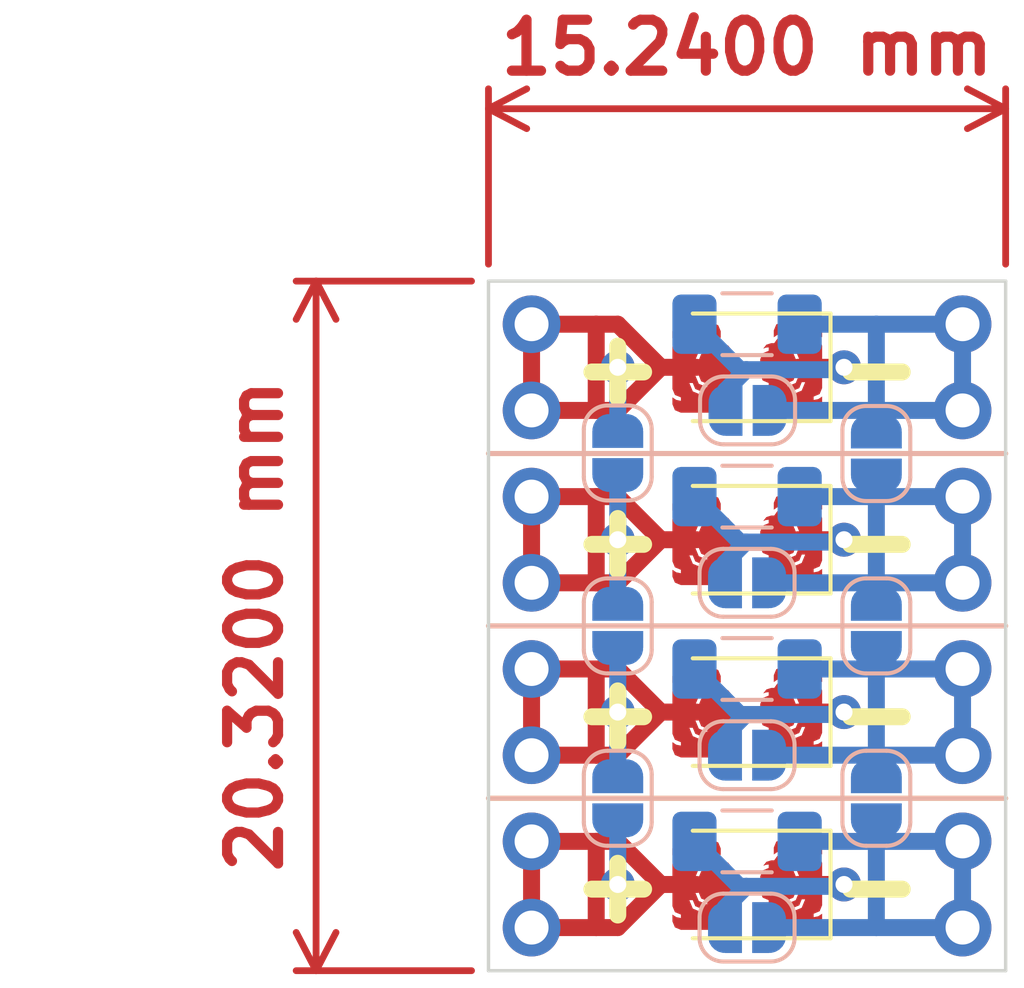
<source format=kicad_pcb>
(kicad_pcb (version 20211014) (generator pcbnew)
  (layers (0 "F.Cu" signal) (31 "B.Cu" signal) (34 "B.Paste" user) (35 "F.Paste" user) (36 "B.SilkS" user "B.Silkscreen") (37 "F.SilkS" user "F.Silkscreen") (38 "B.Mask" user) (39 "F.Mask" user) (44 "Edge.Cuts" user))
  (net 0 "")
  (net 1 "Net-(D1-Pad1)")
  (net 2 "/VCC0")
  (net 3 "Net-(D2-Pad1)")
  (net 4 "/VCC1")
  (net 5 "Net-(D3-Pad1)")
  (net 6 "Net-(D4-Pad1)")
  (net 7 "/VCC2")
  (net 8 "/VCC3")
  (net 9 "/GND3")
  (net 10 "/GND2")
  (net 11 "/GND1")
  (net 12 "/GND0")
  (footprint "Custom:1210_to_0603_combo_HandSolder" (layer "F.Cu") (at 170.18 81.28 180)
    (fp_text reference "D2" hide)
    (fp_text value "LED" hide)
    (pad "1" smd custom (at -1.5 0 180) (size 0.01 0.01) (layers "F.Cu" "F.Paste" "F.Mask") (net 3 "Net-(D2-Pad1)") (options (clearance outline) (anchor circle)) (primitives (gr_poly (pts (xy 0.1375 0.81252) (xy -0.109981 0.710001) (xy -0.2125 0.46252) (xy -0.112501 0.462519) (xy -0.037499 0.237521) (xy -0.0375 0.01252) (xy -0.7125 0.01252) (xy -0.7125 0.637519) (xy -0.639276 0.814296) (xy -0.462499 0.88752) (xy 0.1375 0.88752)) (width 0) (fill yes)) (gr_poly (pts (xy 1.039276 -0.389257) (xy 1.1125 -0.21248) (xy 1.1125 0.01252) (xy -0.0375 0.01252) (xy -0.037499 -0.212481) (xy 0.0625 -0.21248) (xy 0.135724 -0.389257) (xy 0.312501 -0.462481) (xy 0.862499 -0.462481)) (width 0) (fill yes)) (gr_poly (pts (xy 1.039276 0.414297) (xy 1.1125 0.23752) (xy 1.1125 0.01252) (xy -0.0375 0.01252) (xy -0.037499 0.237521) (xy 0.0625 0.23752) (xy 0.135724 0.414297) (xy 0.312501 0.487521) (xy 0.862499 0.487521)) (width 0) (fill yes)) (gr_poly (pts (xy 0.312501 0.587521) (xy 0.06502 0.485002) (xy -0.037499 0.237521) (xy -0.112501 0.462519) (xy -0.039277 0.639296) (xy 0.137499 0.71252)) (width 0) (fill yes)) (gr_poly (pts (xy 0.610005 0.839045) (xy 0.7 0.71252) (xy 0.787499 0.71252) (xy 0.931385 0.668008) (xy 1.025 0.55002) (xy 0.945885 0.578024) (xy 0.862499 0.587521) (xy 0.862499 0.487521) (xy 0.312501 0.487521) (xy 0.312501 0.587521) (xy 0.1375 0.71252) (xy 0.1375 0.88752) (xy 0.462519 0.88754)) (width 0) (fill yes)) (gr_poly (pts (xy 0.639277 1.264297) (xy 0.712501 1.08752) (xy 0.7125 0.885021) (xy 0.597609 0.960905) (xy 0.46252 0.98754) (xy 0.462499 0.88752) (xy -0.462499 0.88752) (xy -0.46252 0.98754) (xy -0.597609 0.960905) (xy -0.7125 0.885021) (xy -0.7125 1.087519) (xy -0.639276 1.264296) (xy -0.462499 1.33752) (xy 0.4625 1.337521)) (width 0) (fill yes)) (gr_poly (pts (xy 0.312501 -0.562481) (xy 0.06502 -0.459962) (xy -0.037499 -0.212481) (xy -0.112501 -0.437479) (xy -0.039277 -0.614256) (xy 0.137499 -0.68748)) (width 0) (fill yes)) (gr_poly (pts (xy 0.1375 -0.78748) (xy -0.109981 -0.684961) (xy -0.2125 -0.43748) (xy -0.112501 -0.437479) (xy -0.037499 -0.212481) (xy -0.0375 0.01252) (xy -0.7125 0.01252) (xy -0.7125 -0.612479) (xy -0.639276 -0.789256) (xy -0.462499 -0.86248) (xy 0.1375 -0.86248)) (width 0) (fill yes)) (gr_poly (pts (xy 0.610005 -0.814005) (xy 0.7 -0.68748) (xy 0.787499 -0.68748) (xy 0.931385 -0.642968) (xy 1.025 -0.52498) (xy 0.945885 -0.552984) (xy 0.862499 -0.562481) (xy 0.862499 -0.462481) (xy 0.312501 -0.462481) (xy 0.312501 -0.562481) (xy 0.1375 -0.68748) (xy 0.1375 -0.86248) (xy 0.462519 -0.8625)) (width 0) (fill yes)) (gr_poly (pts (xy 0.639277 -1.239257) (xy 0.712501 -1.06248) (xy 0.7125 -0.859981) (xy 0.597609 -0.935865) (xy 0.46252 -0.9625) (xy 0.462499 -0.86248) (xy -0.462499 -0.86248) (xy -0.46252 -0.9625) (xy -0.597609 -0.935865) (xy -0.7125 -0.859981) (xy -0.7125 -1.062479) (xy -0.639276 -1.239256) (xy -0.462499 -1.31248) (xy 0.4625 -1.312481)) (width 0) (fill yes))))
    (pad "2" smd custom (at 1.4875 0) (size 0.01 0.01) (layers "F.Cu" "F.Paste" "F.Mask") (net 4 "/VCC1") (options (clearance outline) (anchor circle)) (primitives (gr_poly (pts (xy 0.1375 0.81252) (xy -0.109981 0.710001) (xy -0.2125 0.46252) (xy -0.112501 0.462519) (xy -0.037499 0.237521) (xy -0.0375 0.01252) (xy -0.7125 0.01252) (xy -0.7125 0.637519) (xy -0.639276 0.814296) (xy -0.462499 0.88752) (xy 0.1375 0.88752)) (width 0) (fill yes)) (gr_poly (pts (xy 1.039276 -0.389257) (xy 1.1125 -0.21248) (xy 1.1125 0.01252) (xy -0.0375 0.01252) (xy -0.037499 -0.212481) (xy 0.0625 -0.21248) (xy 0.135724 -0.389257) (xy 0.312501 -0.462481) (xy 0.862499 -0.462481)) (width 0) (fill yes)) (gr_poly (pts (xy 1.039276 0.414297) (xy 1.1125 0.23752) (xy 1.1125 0.01252) (xy -0.0375 0.01252) (xy -0.037499 0.237521) (xy 0.0625 0.23752) (xy 0.135724 0.414297) (xy 0.312501 0.487521) (xy 0.862499 0.487521)) (width 0) (fill yes)) (gr_poly (pts (xy 0.312501 0.587521) (xy 0.06502 0.485002) (xy -0.037499 0.237521) (xy -0.112501 0.462519) (xy -0.039277 0.639296) (xy 0.137499 0.71252)) (width 0) (fill yes)) (gr_poly (pts (xy 0.610005 0.839045) (xy 0.7 0.71252) (xy 0.787499 0.71252) (xy 0.931385 0.668008) (xy 1.025 0.55002) (xy 0.945885 0.578024) (xy 0.862499 0.587521) (xy 0.862499 0.487521) (xy 0.312501 0.487521) (xy 0.312501 0.587521) (xy 0.1375 0.71252) (xy 0.1375 0.88752) (xy 0.462519 0.88754)) (width 0) (fill yes)) (gr_poly (pts (xy 0.639277 1.264297) (xy 0.712501 1.08752) (xy 0.7125 0.885021) (xy 0.597609 0.960905) (xy 0.46252 0.98754) (xy 0.462499 0.88752) (xy -0.462499 0.88752) (xy -0.46252 0.98754) (xy -0.597609 0.960905) (xy -0.7125 0.885021) (xy -0.7125 1.087519) (xy -0.639276 1.264296) (xy -0.462499 1.33752) (xy 0.4625 1.337521)) (width 0) (fill yes)) (gr_poly (pts (xy 0.312501 -0.562481) (xy 0.06502 -0.459962) (xy -0.037499 -0.212481) (xy -0.112501 -0.437479) (xy -0.039277 -0.614256) (xy 0.137499 -0.68748)) (width 0) (fill yes)) (gr_poly (pts (xy 0.1375 -0.78748) (xy -0.109981 -0.684961) (xy -0.2125 -0.43748) (xy -0.112501 -0.437479) (xy -0.037499 -0.212481) (xy -0.0375 0.01252) (xy -0.7125 0.01252) (xy -0.7125 -0.612479) (xy -0.639276 -0.789256) (xy -0.462499 -0.86248) (xy 0.1375 -0.86248)) (width 0) (fill yes)) (gr_poly (pts (xy 0.610005 -0.814005) (xy 0.7 -0.68748) (xy 0.787499 -0.68748) (xy 0.931385 -0.642968) (xy 1.025 -0.52498) (xy 0.945885 -0.552984) (xy 0.862499 -0.562481) (xy 0.862499 -0.462481) (xy 0.312501 -0.462481) (xy 0.312501 -0.562481) (xy 0.1375 -0.68748) (xy 0.1375 -0.86248) (xy 0.462519 -0.8625)) (width 0) (fill yes)) (gr_poly (pts (xy 0.639277 -1.239257) (xy 0.712501 -1.06248) (xy 0.7125 -0.859981) (xy 0.597609 -0.935865) (xy 0.46252 -0.9625) (xy 0.462499 -0.86248) (xy -0.462499 -0.86248) (xy -0.46252 -0.9625) (xy -0.597609 -0.935865) (xy -0.7125 -0.859981) (xy -0.7125 -1.062479) (xy -0.639276 -1.239256) (xy -0.462499 -1.31248) (xy 0.4625 -1.312481)) (width 0) (fill yes))))
  )
  (footprint "Custom:1210_to_0603_combo_HandSolder" (layer "F.Cu") (at 170.18 76.2 180)
    (fp_text reference "D1" hide)
    (fp_text value "LED" hide)
    (pad "1" smd custom (at -1.5 0 180) (size 0.01 0.01) (layers "F.Cu" "F.Paste" "F.Mask") (net 1 "Net-(D1-Pad1)") (options (clearance outline) (anchor circle)) (primitives (gr_poly (pts (xy 0.1375 0.81252) (xy -0.109981 0.710001) (xy -0.2125 0.46252) (xy -0.112501 0.462519) (xy -0.037499 0.237521) (xy -0.0375 0.01252) (xy -0.7125 0.01252) (xy -0.7125 0.637519) (xy -0.639276 0.814296) (xy -0.462499 0.88752) (xy 0.1375 0.88752)) (width 0) (fill yes)) (gr_poly (pts (xy 1.039276 -0.389257) (xy 1.1125 -0.21248) (xy 1.1125 0.01252) (xy -0.0375 0.01252) (xy -0.037499 -0.212481) (xy 0.0625 -0.21248) (xy 0.135724 -0.389257) (xy 0.312501 -0.462481) (xy 0.862499 -0.462481)) (width 0) (fill yes)) (gr_poly (pts (xy 1.039276 0.414297) (xy 1.1125 0.23752) (xy 1.1125 0.01252) (xy -0.0375 0.01252) (xy -0.037499 0.237521) (xy 0.0625 0.23752) (xy 0.135724 0.414297) (xy 0.312501 0.487521) (xy 0.862499 0.487521)) (width 0) (fill yes)) (gr_poly (pts (xy 0.312501 0.587521) (xy 0.06502 0.485002) (xy -0.037499 0.237521) (xy -0.112501 0.462519) (xy -0.039277 0.639296) (xy 0.137499 0.71252)) (width 0) (fill yes)) (gr_poly (pts (xy 0.610005 0.839045) (xy 0.7 0.71252) (xy 0.787499 0.71252) (xy 0.931385 0.668008) (xy 1.025 0.55002) (xy 0.945885 0.578024) (xy 0.862499 0.587521) (xy 0.862499 0.487521) (xy 0.312501 0.487521) (xy 0.312501 0.587521) (xy 0.1375 0.71252) (xy 0.1375 0.88752) (xy 0.462519 0.88754)) (width 0) (fill yes)) (gr_poly (pts (xy 0.639277 1.264297) (xy 0.712501 1.08752) (xy 0.7125 0.885021) (xy 0.597609 0.960905) (xy 0.46252 0.98754) (xy 0.462499 0.88752) (xy -0.462499 0.88752) (xy -0.46252 0.98754) (xy -0.597609 0.960905) (xy -0.7125 0.885021) (xy -0.7125 1.087519) (xy -0.639276 1.264296) (xy -0.462499 1.33752) (xy 0.4625 1.337521)) (width 0) (fill yes)) (gr_poly (pts (xy 0.312501 -0.562481) (xy 0.06502 -0.459962) (xy -0.037499 -0.212481) (xy -0.112501 -0.437479) (xy -0.039277 -0.614256) (xy 0.137499 -0.68748)) (width 0) (fill yes)) (gr_poly (pts (xy 0.1375 -0.78748) (xy -0.109981 -0.684961) (xy -0.2125 -0.43748) (xy -0.112501 -0.437479) (xy -0.037499 -0.212481) (xy -0.0375 0.01252) (xy -0.7125 0.01252) (xy -0.7125 -0.612479) (xy -0.639276 -0.789256) (xy -0.462499 -0.86248) (xy 0.1375 -0.86248)) (width 0) (fill yes)) (gr_poly (pts (xy 0.610005 -0.814005) (xy 0.7 -0.68748) (xy 0.787499 -0.68748) (xy 0.931385 -0.642968) (xy 1.025 -0.52498) (xy 0.945885 -0.552984) (xy 0.862499 -0.562481) (xy 0.862499 -0.462481) (xy 0.312501 -0.462481) (xy 0.312501 -0.562481) (xy 0.1375 -0.68748) (xy 0.1375 -0.86248) (xy 0.462519 -0.8625)) (width 0) (fill yes)) (gr_poly (pts (xy 0.639277 -1.239257) (xy 0.712501 -1.06248) (xy 0.7125 -0.859981) (xy 0.597609 -0.935865) (xy 0.46252 -0.9625) (xy 0.462499 -0.86248) (xy -0.462499 -0.86248) (xy -0.46252 -0.9625) (xy -0.597609 -0.935865) (xy -0.7125 -0.859981) (xy -0.7125 -1.062479) (xy -0.639276 -1.239256) (xy -0.462499 -1.31248) (xy 0.4625 -1.312481)) (width 0) (fill yes))))
    (pad "2" smd custom (at 1.4875 0) (size 0.01 0.01) (layers "F.Cu" "F.Paste" "F.Mask") (net 2 "/VCC0") (options (clearance outline) (anchor circle)) (primitives (gr_poly (pts (xy 0.1375 0.81252) (xy -0.109981 0.710001) (xy -0.2125 0.46252) (xy -0.112501 0.462519) (xy -0.037499 0.237521) (xy -0.0375 0.01252) (xy -0.7125 0.01252) (xy -0.7125 0.637519) (xy -0.639276 0.814296) (xy -0.462499 0.88752) (xy 0.1375 0.88752)) (width 0) (fill yes)) (gr_poly (pts (xy 1.039276 -0.389257) (xy 1.1125 -0.21248) (xy 1.1125 0.01252) (xy -0.0375 0.01252) (xy -0.037499 -0.212481) (xy 0.0625 -0.21248) (xy 0.135724 -0.389257) (xy 0.312501 -0.462481) (xy 0.862499 -0.462481)) (width 0) (fill yes)) (gr_poly (pts (xy 1.039276 0.414297) (xy 1.1125 0.23752) (xy 1.1125 0.01252) (xy -0.0375 0.01252) (xy -0.037499 0.237521) (xy 0.0625 0.23752) (xy 0.135724 0.414297) (xy 0.312501 0.487521) (xy 0.862499 0.487521)) (width 0) (fill yes)) (gr_poly (pts (xy 0.312501 0.587521) (xy 0.06502 0.485002) (xy -0.037499 0.237521) (xy -0.112501 0.462519) (xy -0.039277 0.639296) (xy 0.137499 0.71252)) (width 0) (fill yes)) (gr_poly (pts (xy 0.610005 0.839045) (xy 0.7 0.71252) (xy 0.787499 0.71252) (xy 0.931385 0.668008) (xy 1.025 0.55002) (xy 0.945885 0.578024) (xy 0.862499 0.587521) (xy 0.862499 0.487521) (xy 0.312501 0.487521) (xy 0.312501 0.587521) (xy 0.1375 0.71252) (xy 0.1375 0.88752) (xy 0.462519 0.88754)) (width 0) (fill yes)) (gr_poly (pts (xy 0.639277 1.264297) (xy 0.712501 1.08752) (xy 0.7125 0.885021) (xy 0.597609 0.960905) (xy 0.46252 0.98754) (xy 0.462499 0.88752) (xy -0.462499 0.88752) (xy -0.46252 0.98754) (xy -0.597609 0.960905) (xy -0.7125 0.885021) (xy -0.7125 1.087519) (xy -0.639276 1.264296) (xy -0.462499 1.33752) (xy 0.4625 1.337521)) (width 0) (fill yes)) (gr_poly (pts (xy 0.312501 -0.562481) (xy 0.06502 -0.459962) (xy -0.037499 -0.212481) (xy -0.112501 -0.437479) (xy -0.039277 -0.614256) (xy 0.137499 -0.68748)) (width 0) (fill yes)) (gr_poly (pts (xy 0.1375 -0.78748) (xy -0.109981 -0.684961) (xy -0.2125 -0.43748) (xy -0.112501 -0.437479) (xy -0.037499 -0.212481) (xy -0.0375 0.01252) (xy -0.7125 0.01252) (xy -0.7125 -0.612479) (xy -0.639276 -0.789256) (xy -0.462499 -0.86248) (xy 0.1375 -0.86248)) (width 0) (fill yes)) (gr_poly (pts (xy 0.610005 -0.814005) (xy 0.7 -0.68748) (xy 0.787499 -0.68748) (xy 0.931385 -0.642968) (xy 1.025 -0.52498) (xy 0.945885 -0.552984) (xy 0.862499 -0.562481) (xy 0.862499 -0.462481) (xy 0.312501 -0.462481) (xy 0.312501 -0.562481) (xy 0.1375 -0.68748) (xy 0.1375 -0.86248) (xy 0.462519 -0.8625)) (width 0) (fill yes)) (gr_poly (pts (xy 0.639277 -1.239257) (xy 0.712501 -1.06248) (xy 0.7125 -0.859981) (xy 0.597609 -0.935865) (xy 0.46252 -0.9625) (xy 0.462499 -0.86248) (xy -0.462499 -0.86248) (xy -0.46252 -0.9625) (xy -0.597609 -0.935865) (xy -0.7125 -0.859981) (xy -0.7125 -1.062479) (xy -0.639276 -1.239256) (xy -0.462499 -1.31248) (xy 0.4625 -1.312481)) (width 0) (fill yes))))
  )
  (footprint "Custom:1210_to_0603_combo_HandSolder" (layer "F.Cu") (at 170.18 91.44 180)
    (fp_text reference "D4" hide)
    (fp_text value "LED" hide)
    (pad "1" smd custom (at -1.5 0 180) (size 0.01 0.01) (layers "F.Cu" "F.Paste" "F.Mask") (net 6 "Net-(D4-Pad1)") (options (clearance outline) (anchor circle)) (primitives (gr_poly (pts (xy 0.1375 0.81252) (xy -0.109981 0.710001) (xy -0.2125 0.46252) (xy -0.112501 0.462519) (xy -0.037499 0.237521) (xy -0.0375 0.01252) (xy -0.7125 0.01252) (xy -0.7125 0.637519) (xy -0.639276 0.814296) (xy -0.462499 0.88752) (xy 0.1375 0.88752)) (width 0) (fill yes)) (gr_poly (pts (xy 1.039276 -0.389257) (xy 1.1125 -0.21248) (xy 1.1125 0.01252) (xy -0.0375 0.01252) (xy -0.037499 -0.212481) (xy 0.0625 -0.21248) (xy 0.135724 -0.389257) (xy 0.312501 -0.462481) (xy 0.862499 -0.462481)) (width 0) (fill yes)) (gr_poly (pts (xy 1.039276 0.414297) (xy 1.1125 0.23752) (xy 1.1125 0.01252) (xy -0.0375 0.01252) (xy -0.037499 0.237521) (xy 0.0625 0.23752) (xy 0.135724 0.414297) (xy 0.312501 0.487521) (xy 0.862499 0.487521)) (width 0) (fill yes)) (gr_poly (pts (xy 0.312501 0.587521) (xy 0.06502 0.485002) (xy -0.037499 0.237521) (xy -0.112501 0.462519) (xy -0.039277 0.639296) (xy 0.137499 0.71252)) (width 0) (fill yes)) (gr_poly (pts (xy 0.610005 0.839045) (xy 0.7 0.71252) (xy 0.787499 0.71252) (xy 0.931385 0.668008) (xy 1.025 0.55002) (xy 0.945885 0.578024) (xy 0.862499 0.587521) (xy 0.862499 0.487521) (xy 0.312501 0.487521) (xy 0.312501 0.587521) (xy 0.1375 0.71252) (xy 0.1375 0.88752) (xy 0.462519 0.88754)) (width 0) (fill yes)) (gr_poly (pts (xy 0.639277 1.264297) (xy 0.712501 1.08752) (xy 0.7125 0.885021) (xy 0.597609 0.960905) (xy 0.46252 0.98754) (xy 0.462499 0.88752) (xy -0.462499 0.88752) (xy -0.46252 0.98754) (xy -0.597609 0.960905) (xy -0.7125 0.885021) (xy -0.7125 1.087519) (xy -0.639276 1.264296) (xy -0.462499 1.33752) (xy 0.4625 1.337521)) (width 0) (fill yes)) (gr_poly (pts (xy 0.312501 -0.562481) (xy 0.06502 -0.459962) (xy -0.037499 -0.212481) (xy -0.112501 -0.437479) (xy -0.039277 -0.614256) (xy 0.137499 -0.68748)) (width 0) (fill yes)) (gr_poly (pts (xy 0.1375 -0.78748) (xy -0.109981 -0.684961) (xy -0.2125 -0.43748) (xy -0.112501 -0.437479) (xy -0.037499 -0.212481) (xy -0.0375 0.01252) (xy -0.7125 0.01252) (xy -0.7125 -0.612479) (xy -0.639276 -0.789256) (xy -0.462499 -0.86248) (xy 0.1375 -0.86248)) (width 0) (fill yes)) (gr_poly (pts (xy 0.610005 -0.814005) (xy 0.7 -0.68748) (xy 0.787499 -0.68748) (xy 0.931385 -0.642968) (xy 1.025 -0.52498) (xy 0.945885 -0.552984) (xy 0.862499 -0.562481) (xy 0.862499 -0.462481) (xy 0.312501 -0.462481) (xy 0.312501 -0.562481) (xy 0.1375 -0.68748) (xy 0.1375 -0.86248) (xy 0.462519 -0.8625)) (width 0) (fill yes)) (gr_poly (pts (xy 0.639277 -1.239257) (xy 0.712501 -1.06248) (xy 0.7125 -0.859981) (xy 0.597609 -0.935865) (xy 0.46252 -0.9625) (xy 0.462499 -0.86248) (xy -0.462499 -0.86248) (xy -0.46252 -0.9625) (xy -0.597609 -0.935865) (xy -0.7125 -0.859981) (xy -0.7125 -1.062479) (xy -0.639276 -1.239256) (xy -0.462499 -1.31248) (xy 0.4625 -1.312481)) (width 0) (fill yes))))
    (pad "2" smd custom (at 1.4875 0) (size 0.01 0.01) (layers "F.Cu" "F.Paste" "F.Mask") (net 8 "/VCC3") (options (clearance outline) (anchor circle)) (primitives (gr_poly (pts (xy 0.1375 0.81252) (xy -0.109981 0.710001) (xy -0.2125 0.46252) (xy -0.112501 0.462519) (xy -0.037499 0.237521) (xy -0.0375 0.01252) (xy -0.7125 0.01252) (xy -0.7125 0.637519) (xy -0.639276 0.814296) (xy -0.462499 0.88752) (xy 0.1375 0.88752)) (width 0) (fill yes)) (gr_poly (pts (xy 1.039276 -0.389257) (xy 1.1125 -0.21248) (xy 1.1125 0.01252) (xy -0.0375 0.01252) (xy -0.037499 -0.212481) (xy 0.0625 -0.21248) (xy 0.135724 -0.389257) (xy 0.312501 -0.462481) (xy 0.862499 -0.462481)) (width 0) (fill yes)) (gr_poly (pts (xy 1.039276 0.414297) (xy 1.1125 0.23752) (xy 1.1125 0.01252) (xy -0.0375 0.01252) (xy -0.037499 0.237521) (xy 0.0625 0.23752) (xy 0.135724 0.414297) (xy 0.312501 0.487521) (xy 0.862499 0.487521)) (width 0) (fill yes)) (gr_poly (pts (xy 0.312501 0.587521) (xy 0.06502 0.485002) (xy -0.037499 0.237521) (xy -0.112501 0.462519) (xy -0.039277 0.639296) (xy 0.137499 0.71252)) (width 0) (fill yes)) (gr_poly (pts (xy 0.610005 0.839045) (xy 0.7 0.71252) (xy 0.787499 0.71252) (xy 0.931385 0.668008) (xy 1.025 0.55002) (xy 0.945885 0.578024) (xy 0.862499 0.587521) (xy 0.862499 0.487521) (xy 0.312501 0.487521) (xy 0.312501 0.587521) (xy 0.1375 0.71252) (xy 0.1375 0.88752) (xy 0.462519 0.88754)) (width 0) (fill yes)) (gr_poly (pts (xy 0.639277 1.264297) (xy 0.712501 1.08752) (xy 0.7125 0.885021) (xy 0.597609 0.960905) (xy 0.46252 0.98754) (xy 0.462499 0.88752) (xy -0.462499 0.88752) (xy -0.46252 0.98754) (xy -0.597609 0.960905) (xy -0.7125 0.885021) (xy -0.7125 1.087519) (xy -0.639276 1.264296) (xy -0.462499 1.33752) (xy 0.4625 1.337521)) (width 0) (fill yes)) (gr_poly (pts (xy 0.312501 -0.562481) (xy 0.06502 -0.459962) (xy -0.037499 -0.212481) (xy -0.112501 -0.437479) (xy -0.039277 -0.614256) (xy 0.137499 -0.68748)) (width 0) (fill yes)) (gr_poly (pts (xy 0.1375 -0.78748) (xy -0.109981 -0.684961) (xy -0.2125 -0.43748) (xy -0.112501 -0.437479) (xy -0.037499 -0.212481) (xy -0.0375 0.01252) (xy -0.7125 0.01252) (xy -0.7125 -0.612479) (xy -0.639276 -0.789256) (xy -0.462499 -0.86248) (xy 0.1375 -0.86248)) (width 0) (fill yes)) (gr_poly (pts (xy 0.610005 -0.814005) (xy 0.7 -0.68748) (xy 0.787499 -0.68748) (xy 0.931385 -0.642968) (xy 1.025 -0.52498) (xy 0.945885 -0.552984) (xy 0.862499 -0.562481) (xy 0.862499 -0.462481) (xy 0.312501 -0.462481) (xy 0.312501 -0.562481) (xy 0.1375 -0.68748) (xy 0.1375 -0.86248) (xy 0.462519 -0.8625)) (width 0) (fill yes)) (gr_poly (pts (xy 0.639277 -1.239257) (xy 0.712501 -1.06248) (xy 0.7125 -0.859981) (xy 0.597609 -0.935865) (xy 0.46252 -0.9625) (xy 0.462499 -0.86248) (xy -0.462499 -0.86248) (xy -0.46252 -0.9625) (xy -0.597609 -0.935865) (xy -0.7125 -0.859981) (xy -0.7125 -1.062479) (xy -0.639276 -1.239256) (xy -0.462499 -1.31248) (xy 0.4625 -1.312481)) (width 0) (fill yes))))
  )
  (footprint "Custom:1210_to_0603_combo_HandSolder" (layer "F.Cu") (at 170.18 86.36 180)
    (fp_text reference "D3" hide)
    (fp_text value "LED" hide)
    (pad "1" smd custom (at -1.5 0 180) (size 0.01 0.01) (layers "F.Cu" "F.Paste" "F.Mask") (net 5 "Net-(D3-Pad1)") (options (clearance outline) (anchor circle)) (primitives (gr_poly (pts (xy 0.1375 0.81252) (xy -0.109981 0.710001) (xy -0.2125 0.46252) (xy -0.112501 0.462519) (xy -0.037499 0.237521) (xy -0.0375 0.01252) (xy -0.7125 0.01252) (xy -0.7125 0.637519) (xy -0.639276 0.814296) (xy -0.462499 0.88752) (xy 0.1375 0.88752)) (width 0) (fill yes)) (gr_poly (pts (xy 1.039276 -0.389257) (xy 1.1125 -0.21248) (xy 1.1125 0.01252) (xy -0.0375 0.01252) (xy -0.037499 -0.212481) (xy 0.0625 -0.21248) (xy 0.135724 -0.389257) (xy 0.312501 -0.462481) (xy 0.862499 -0.462481)) (width 0) (fill yes)) (gr_poly (pts (xy 1.039276 0.414297) (xy 1.1125 0.23752) (xy 1.1125 0.01252) (xy -0.0375 0.01252) (xy -0.037499 0.237521) (xy 0.0625 0.23752) (xy 0.135724 0.414297) (xy 0.312501 0.487521) (xy 0.862499 0.487521)) (width 0) (fill yes)) (gr_poly (pts (xy 0.312501 0.587521) (xy 0.06502 0.485002) (xy -0.037499 0.237521) (xy -0.112501 0.462519) (xy -0.039277 0.639296) (xy 0.137499 0.71252)) (width 0) (fill yes)) (gr_poly (pts (xy 0.610005 0.839045) (xy 0.7 0.71252) (xy 0.787499 0.71252) (xy 0.931385 0.668008) (xy 1.025 0.55002) (xy 0.945885 0.578024) (xy 0.862499 0.587521) (xy 0.862499 0.487521) (xy 0.312501 0.487521) (xy 0.312501 0.587521) (xy 0.1375 0.71252) (xy 0.1375 0.88752) (xy 0.462519 0.88754)) (width 0) (fill yes)) (gr_poly (pts (xy 0.639277 1.264297) (xy 0.712501 1.08752) (xy 0.7125 0.885021) (xy 0.597609 0.960905) (xy 0.46252 0.98754) (xy 0.462499 0.88752) (xy -0.462499 0.88752) (xy -0.46252 0.98754) (xy -0.597609 0.960905) (xy -0.7125 0.885021) (xy -0.7125 1.087519) (xy -0.639276 1.264296) (xy -0.462499 1.33752) (xy 0.4625 1.337521)) (width 0) (fill yes)) (gr_poly (pts (xy 0.312501 -0.562481) (xy 0.06502 -0.459962) (xy -0.037499 -0.212481) (xy -0.112501 -0.437479) (xy -0.039277 -0.614256) (xy 0.137499 -0.68748)) (width 0) (fill yes)) (gr_poly (pts (xy 0.1375 -0.78748) (xy -0.109981 -0.684961) (xy -0.2125 -0.43748) (xy -0.112501 -0.437479) (xy -0.037499 -0.212481) (xy -0.0375 0.01252) (xy -0.7125 0.01252) (xy -0.7125 -0.612479) (xy -0.639276 -0.789256) (xy -0.462499 -0.86248) (xy 0.1375 -0.86248)) (width 0) (fill yes)) (gr_poly (pts (xy 0.610005 -0.814005) (xy 0.7 -0.68748) (xy 0.787499 -0.68748) (xy 0.931385 -0.642968) (xy 1.025 -0.52498) (xy 0.945885 -0.552984) (xy 0.862499 -0.562481) (xy 0.862499 -0.462481) (xy 0.312501 -0.462481) (xy 0.312501 -0.562481) (xy 0.1375 -0.68748) (xy 0.1375 -0.86248) (xy 0.462519 -0.8625)) (width 0) (fill yes)) (gr_poly (pts (xy 0.639277 -1.239257) (xy 0.712501 -1.06248) (xy 0.7125 -0.859981) (xy 0.597609 -0.935865) (xy 0.46252 -0.9625) (xy 0.462499 -0.86248) (xy -0.462499 -0.86248) (xy -0.46252 -0.9625) (xy -0.597609 -0.935865) (xy -0.7125 -0.859981) (xy -0.7125 -1.062479) (xy -0.639276 -1.239256) (xy -0.462499 -1.31248) (xy 0.4625 -1.312481)) (width 0) (fill yes))))
    (pad "2" smd custom (at 1.4875 0) (size 0.01 0.01) (layers "F.Cu" "F.Paste" "F.Mask") (net 7 "/VCC2") (options (clearance outline) (anchor circle)) (primitives (gr_poly (pts (xy 0.1375 0.81252) (xy -0.109981 0.710001) (xy -0.2125 0.46252) (xy -0.112501 0.462519) (xy -0.037499 0.237521) (xy -0.0375 0.01252) (xy -0.7125 0.01252) (xy -0.7125 0.637519) (xy -0.639276 0.814296) (xy -0.462499 0.88752) (xy 0.1375 0.88752)) (width 0) (fill yes)) (gr_poly (pts (xy 1.039276 -0.389257) (xy 1.1125 -0.21248) (xy 1.1125 0.01252) (xy -0.0375 0.01252) (xy -0.037499 -0.212481) (xy 0.0625 -0.21248) (xy 0.135724 -0.389257) (xy 0.312501 -0.462481) (xy 0.862499 -0.462481)) (width 0) (fill yes)) (gr_poly (pts (xy 1.039276 0.414297) (xy 1.1125 0.23752) (xy 1.1125 0.01252) (xy -0.0375 0.01252) (xy -0.037499 0.237521) (xy 0.0625 0.23752) (xy 0.135724 0.414297) (xy 0.312501 0.487521) (xy 0.862499 0.487521)) (width 0) (fill yes)) (gr_poly (pts (xy 0.312501 0.587521) (xy 0.06502 0.485002) (xy -0.037499 0.237521) (xy -0.112501 0.462519) (xy -0.039277 0.639296) (xy 0.137499 0.71252)) (width 0) (fill yes)) (gr_poly (pts (xy 0.610005 0.839045) (xy 0.7 0.71252) (xy 0.787499 0.71252) (xy 0.931385 0.668008) (xy 1.025 0.55002) (xy 0.945885 0.578024) (xy 0.862499 0.587521) (xy 0.862499 0.487521) (xy 0.312501 0.487521) (xy 0.312501 0.587521) (xy 0.1375 0.71252) (xy 0.1375 0.88752) (xy 0.462519 0.88754)) (width 0) (fill yes)) (gr_poly (pts (xy 0.639277 1.264297) (xy 0.712501 1.08752) (xy 0.7125 0.885021) (xy 0.597609 0.960905) (xy 0.46252 0.98754) (xy 0.462499 0.88752) (xy -0.462499 0.88752) (xy -0.46252 0.98754) (xy -0.597609 0.960905) (xy -0.7125 0.885021) (xy -0.7125 1.087519) (xy -0.639276 1.264296) (xy -0.462499 1.33752) (xy 0.4625 1.337521)) (width 0) (fill yes)) (gr_poly (pts (xy 0.312501 -0.562481) (xy 0.06502 -0.459962) (xy -0.037499 -0.212481) (xy -0.112501 -0.437479) (xy -0.039277 -0.614256) (xy 0.137499 -0.68748)) (width 0) (fill yes)) (gr_poly (pts (xy 0.1375 -0.78748) (xy -0.109981 -0.684961) (xy -0.2125 -0.43748) (xy -0.112501 -0.437479) (xy -0.037499 -0.212481) (xy -0.0375 0.01252) (xy -0.7125 0.01252) (xy -0.7125 -0.612479) (xy -0.639276 -0.789256) (xy -0.462499 -0.86248) (xy 0.1375 -0.86248)) (width 0) (fill yes)) (gr_poly (pts (xy 0.610005 -0.814005) (xy 0.7 -0.68748) (xy 0.787499 -0.68748) (xy 0.931385 -0.642968) (xy 1.025 -0.52498) (xy 0.945885 -0.552984) (xy 0.862499 -0.562481) (xy 0.862499 -0.462481) (xy 0.312501 -0.462481) (xy 0.312501 -0.562481) (xy 0.1375 -0.68748) (xy 0.1375 -0.86248) (xy 0.462519 -0.8625)) (width 0) (fill yes)) (gr_poly (pts (xy 0.639277 -1.239257) (xy 0.712501 -1.06248) (xy 0.7125 -0.859981) (xy 0.597609 -0.935865) (xy 0.46252 -0.9625) (xy 0.462499 -0.86248) (xy -0.462499 -0.86248) (xy -0.46252 -0.9625) (xy -0.597609 -0.935865) (xy -0.7125 -0.859981) (xy -0.7125 -1.062479) (xy -0.639276 -1.239256) (xy -0.462499 -1.31248) (xy 0.4625 -1.312481)) (width 0) (fill yes))))
  )
  (footprint "Custom:SolderJumper-2_P1.3mm_Open_RoundedPad1.0x1.5mm" (layer "B.Cu") (at 173.99 78.74 -90)
    (fp_text reference "JP8" hide)
    (fp_text value "SolderJumper_2_Open" hide)
    (pad "1" smd custom (at -0.65 0 270) (size 1 0.5) (layers "B.Cu" "B.Mask") (net 12 "/GND0") (options (clearance outline) (anchor rect)) (primitives (gr_circle (center 0 -0.25) (end 0.5 -0.25) (width 0) (fill yes)) (gr_circle (center 0 0.25) (end 0.5 0.25) (width 0) (fill yes)) (gr_poly (pts (xy 0.5 -0.75) (xy 0 -0.75) (xy 0 0.75) (xy 0.5 0.75)) (width 0) (fill yes))))
    (pad "2" smd custom (at 0.65 0 270) (size 1 0.5) (layers "B.Cu" "B.Mask") (net 11 "/GND1") (options (clearance outline) (anchor rect)) (primitives (gr_circle (center 0 -0.25) (end 0.5 -0.25) (width 0) (fill yes)) (gr_circle (center 0 0.25) (end 0.5 0.25) (width 0) (fill yes)) (gr_poly (pts (xy 0 -0.75) (xy -0.5 -0.75) (xy -0.5 0.75) (xy 0 0.75)) (width 0) (fill yes))))
  )
  (footprint "Connector_PinHeader_2.54mm:PinHeader_1x08_P2.54mm_Vertical" (layer "B.Cu") (at 176.53 74.93 180)
    (fp_text reference "J2" hide)
    (fp_text value "Conn_01x08_Male" hide)
    (pad "1" thru_hole circle (at 0 0 180) (size 1.7 1.7) (drill 1) (layers *.Cu *.Mask) (net 12 "/GND0"))
    (pad "2" thru_hole oval (at 0 -2.54 180) (size 1.7 1.7) (drill 1) (layers *.Cu *.Mask) (net 12 "/GND0"))
    (pad "3" thru_hole oval (at 0 -5.08 180) (size 1.7 1.7) (drill 1) (layers *.Cu *.Mask) (net 11 "/GND1"))
    (pad "4" thru_hole oval (at 0 -7.62 180) (size 1.7 1.7) (drill 1) (layers *.Cu *.Mask) (net 11 "/GND1"))
    (pad "5" thru_hole oval (at 0 -10.16 180) (size 1.7 1.7) (drill 1) (layers *.Cu *.Mask) (net 10 "/GND2"))
    (pad "6" thru_hole oval (at 0 -12.7 180) (size 1.7 1.7) (drill 1) (layers *.Cu *.Mask) (net 10 "/GND2"))
    (pad "7" thru_hole oval (at 0 -15.24 180) (size 1.7 1.7) (drill 1) (layers *.Cu *.Mask) (net 9 "/GND3"))
    (pad "8" thru_hole oval (at 0 -17.78 180) (size 1.7 1.7) (drill 1) (layers *.Cu *.Mask) (net 9 "/GND3"))
  )
  (footprint "Custom:SolderJumper-2_P1.3mm_Open_RoundedPad1.0x1.5mm" (layer "B.Cu") (at 170.18 87.63)
    (fp_text reference "JP6" hide)
    (fp_text value "SolderJumper_2_Open" hide)
    (pad "1" smd custom (at -0.65 0) (size 1 0.5) (layers "B.Cu" "B.Mask") (net 5 "Net-(D3-Pad1)") (options (clearance outline) (anchor rect)) (primitives (gr_circle (center 0 -0.25) (end 0.5 -0.25) (width 0) (fill yes)) (gr_circle (center 0 0.25) (end 0.5 0.25) (width 0) (fill yes)) (gr_poly (pts (xy 0.5 -0.75) (xy 0 -0.75) (xy 0 0.75) (xy 0.5 0.75)) (width 0) (fill yes))))
    (pad "2" smd custom (at 0.65 0) (size 1 0.5) (layers "B.Cu" "B.Mask") (net 10 "/GND2") (options (clearance outline) (anchor rect)) (primitives (gr_circle (center 0 -0.25) (end 0.5 -0.25) (width 0) (fill yes)) (gr_circle (center 0 0.25) (end 0.5 0.25) (width 0) (fill yes)) (gr_poly (pts (xy 0 -0.75) (xy -0.5 -0.75) (xy -0.5 0.75) (xy 0 0.75)) (width 0) (fill yes))))
  )
  (footprint "Custom:SolderJumper-2_P1.3mm_Open_RoundedPad1.0x1.5mm" (layer "B.Cu") (at 173.99 83.82 -90)
    (fp_text reference "JP9" hide)
    (fp_text value "SolderJumper_2_Open" hide)
    (pad "1" smd custom (at -0.65 0 270) (size 1 0.5) (layers "B.Cu" "B.Mask") (net 11 "/GND1") (options (clearance outline) (anchor rect)) (primitives (gr_circle (center 0 -0.25) (end 0.5 -0.25) (width 0) (fill yes)) (gr_circle (center 0 0.25) (end 0.5 0.25) (width 0) (fill yes)) (gr_poly (pts (xy 0.5 -0.75) (xy 0 -0.75) (xy 0 0.75) (xy 0.5 0.75)) (width 0) (fill yes))))
    (pad "2" smd custom (at 0.65 0 270) (size 1 0.5) (layers "B.Cu" "B.Mask") (net 10 "/GND2") (options (clearance outline) (anchor rect)) (primitives (gr_circle (center 0 -0.25) (end 0.5 -0.25) (width 0) (fill yes)) (gr_circle (center 0 0.25) (end 0.5 0.25) (width 0) (fill yes)) (gr_poly (pts (xy 0 -0.75) (xy -0.5 -0.75) (xy -0.5 0.75) (xy 0 0.75)) (width 0) (fill yes))))
  )
  (footprint "Resistor_SMD:R_1206_3216Metric_Pad1.30x1.75mm_HandSolder" (layer "B.Cu") (at 170.18 85.09)
    (fp_text reference "R3" hide)
    (fp_text value "R" hide)
    (pad "1" smd roundrect (at -1.55 0) (size 1.3 1.75) (layers "B.Cu" "B.Paste" "B.Mask") (roundrect_rratio 0.1923076923) (net 5 "Net-(D3-Pad1)"))
    (pad "2" smd roundrect (at 1.55 0) (size 1.3 1.75) (layers "B.Cu" "B.Paste" "B.Mask") (roundrect_rratio 0.1923076923) (net 10 "/GND2"))
  )
  (footprint "Connector_PinHeader_2.54mm:PinHeader_1x08_P2.54mm_Vertical" (layer "B.Cu") (at 163.83 74.93 180)
    (fp_text reference "J1" hide)
    (fp_text value "Conn_01x08_Male" hide)
    (pad "1" thru_hole circle (at 0 0 180) (size 1.7 1.7) (drill 1) (layers *.Cu *.Mask) (net 2 "/VCC0"))
    (pad "2" thru_hole oval (at 0 -2.54 180) (size 1.7 1.7) (drill 1) (layers *.Cu *.Mask) (net 2 "/VCC0"))
    (pad "3" thru_hole oval (at 0 -5.08 180) (size 1.7 1.7) (drill 1) (layers *.Cu *.Mask) (net 4 "/VCC1"))
    (pad "4" thru_hole oval (at 0 -7.62 180) (size 1.7 1.7) (drill 1) (layers *.Cu *.Mask) (net 4 "/VCC1"))
    (pad "5" thru_hole oval (at 0 -10.16 180) (size 1.7 1.7) (drill 1) (layers *.Cu *.Mask) (net 7 "/VCC2"))
    (pad "6" thru_hole oval (at 0 -12.7 180) (size 1.7 1.7) (drill 1) (layers *.Cu *.Mask) (net 7 "/VCC2"))
    (pad "7" thru_hole oval (at 0 -15.24 180) (size 1.7 1.7) (drill 1) (layers *.Cu *.Mask) (net 8 "/VCC3"))
    (pad "8" thru_hole oval (at 0 -17.78 180) (size 1.7 1.7) (drill 1) (layers *.Cu *.Mask) (net 8 "/VCC3"))
  )
  (footprint "Custom:SolderJumper-2_P1.3mm_Open_RoundedPad1.0x1.5mm" (layer "B.Cu") (at 166.37 83.82 -90)
    (fp_text reference "JP2" hide)
    (fp_text value "SolderJumper_2_Open" hide)
    (pad "1" smd custom (at -0.65 0 270) (size 1 0.5) (layers "B.Cu" "B.Mask") (net 4 "/VCC1") (options (clearance outline) (anchor rect)) (primitives (gr_circle (center 0 -0.25) (end 0.5 -0.25) (width 0) (fill yes)) (gr_circle (center 0 0.25) (end 0.5 0.25) (width 0) (fill yes)) (gr_poly (pts (xy 0.5 -0.75) (xy 0 -0.75) (xy 0 0.75) (xy 0.5 0.75)) (width 0) (fill yes))))
    (pad "2" smd custom (at 0.65 0 270) (size 1 0.5) (layers "B.Cu" "B.Mask") (net 7 "/VCC2") (options (clearance outline) (anchor rect)) (primitives (gr_circle (center 0 -0.25) (end 0.5 -0.25) (width 0) (fill yes)) (gr_circle (center 0 0.25) (end 0.5 0.25) (width 0) (fill yes)) (gr_poly (pts (xy 0 -0.75) (xy -0.5 -0.75) (xy -0.5 0.75) (xy 0 0.75)) (width 0) (fill yes))))
  )
  (footprint "Custom:SolderJumper-2_P1.3mm_Open_RoundedPad1.0x1.5mm" (layer "B.Cu") (at 170.18 82.55)
    (fp_text reference "JP5" hide)
    (fp_text value "SolderJumper_2_Open" hide)
    (pad "1" smd custom (at -0.65 0) (size 1 0.5) (layers "B.Cu" "B.Mask") (net 3 "Net-(D2-Pad1)") (options (clearance outline) (anchor rect)) (primitives (gr_circle (center 0 -0.25) (end 0.5 -0.25) (width 0) (fill yes)) (gr_circle (center 0 0.25) (end 0.5 0.25) (width 0) (fill yes)) (gr_poly (pts (xy 0.5 -0.75) (xy 0 -0.75) (xy 0 0.75) (xy 0.5 0.75)) (width 0) (fill yes))))
    (pad "2" smd custom (at 0.65 0) (size 1 0.5) (layers "B.Cu" "B.Mask") (net 11 "/GND1") (options (clearance outline) (anchor rect)) (primitives (gr_circle (center 0 -0.25) (end 0.5 -0.25) (width 0) (fill yes)) (gr_circle (center 0 0.25) (end 0.5 0.25) (width 0) (fill yes)) (gr_poly (pts (xy 0 -0.75) (xy -0.5 -0.75) (xy -0.5 0.75) (xy 0 0.75)) (width 0) (fill yes))))
  )
  (footprint "Resistor_SMD:R_1206_3216Metric_Pad1.30x1.75mm_HandSolder" (layer "B.Cu") (at 170.18 90.17)
    (fp_text reference "R4" hide)
    (fp_text value "R" hide)
    (pad "1" smd roundrect (at -1.55 0) (size 1.3 1.75) (layers "B.Cu" "B.Paste" "B.Mask") (roundrect_rratio 0.1923076923) (net 6 "Net-(D4-Pad1)"))
    (pad "2" smd roundrect (at 1.55 0) (size 1.3 1.75) (layers "B.Cu" "B.Paste" "B.Mask") (roundrect_rratio 0.1923076923) (net 9 "/GND3"))
  )
  (footprint "Custom:SolderJumper-2_P1.3mm_Open_RoundedPad1.0x1.5mm" (layer "B.Cu") (at 170.18 92.71)
    (fp_text reference "JP7" hide)
    (fp_text value "SolderJumper_2_Open" hide)
    (pad "1" smd custom (at -0.65 0) (size 1 0.5) (layers "B.Cu" "B.Mask") (net 6 "Net-(D4-Pad1)") (options (clearance outline) (anchor rect)) (primitives (gr_circle (center 0 -0.25) (end 0.5 -0.25) (width 0) (fill yes)) (gr_circle (center 0 0.25) (end 0.5 0.25) (width 0) (fill yes)) (gr_poly (pts (xy 0.5 -0.75) (xy 0 -0.75) (xy 0 0.75) (xy 0.5 0.75)) (width 0) (fill yes))))
    (pad "2" smd custom (at 0.65 0) (size 1 0.5) (layers "B.Cu" "B.Mask") (net 9 "/GND3") (options (clearance outline) (anchor rect)) (primitives (gr_circle (center 0 -0.25) (end 0.5 -0.25) (width 0) (fill yes)) (gr_circle (center 0 0.25) (end 0.5 0.25) (width 0) (fill yes)) (gr_poly (pts (xy 0 -0.75) (xy -0.5 -0.75) (xy -0.5 0.75) (xy 0 0.75)) (width 0) (fill yes))))
  )
  (footprint "Custom:SolderJumper-2_P1.3mm_Open_RoundedPad1.0x1.5mm" (layer "B.Cu") (at 170.195 77.47)
    (fp_text reference "JP4" hide)
    (fp_text value "SolderJumper_2_Open" hide)
    (pad "1" smd custom (at -0.65 0) (size 1 0.5) (layers "B.Cu" "B.Mask") (net 1 "Net-(D1-Pad1)") (options (clearance outline) (anchor rect)) (primitives (gr_circle (center 0 -0.25) (end 0.5 -0.25) (width 0) (fill yes)) (gr_circle (center 0 0.25) (end 0.5 0.25) (width 0) (fill yes)) (gr_poly (pts (xy 0.5 -0.75) (xy 0 -0.75) (xy 0 0.75) (xy 0.5 0.75)) (width 0) (fill yes))))
    (pad "2" smd custom (at 0.65 0) (size 1 0.5) (layers "B.Cu" "B.Mask") (net 12 "/GND0") (options (clearance outline) (anchor rect)) (primitives (gr_circle (center 0 -0.25) (end 0.5 -0.25) (width 0) (fill yes)) (gr_circle (center 0 0.25) (end 0.5 0.25) (width 0) (fill yes)) (gr_poly (pts (xy 0 -0.75) (xy -0.5 -0.75) (xy -0.5 0.75) (xy 0 0.75)) (width 0) (fill yes))))
  )
  (footprint "Custom:SolderJumper-2_P1.3mm_Open_RoundedPad1.0x1.5mm" (layer "B.Cu") (at 166.37 78.725 -90)
    (fp_text reference "JP1" hide)
    (fp_text value "SolderJumper_2_Open" hide)
    (pad "1" smd custom (at -0.65 0 270) (size 1 0.5) (layers "B.Cu" "B.Mask") (net 2 "/VCC0") (options (clearance outline) (anchor rect)) (primitives (gr_circle (center 0 -0.25) (end 0.5 -0.25) (width 0) (fill yes)) (gr_circle (center 0 0.25) (end 0.5 0.25) (width 0) (fill yes)) (gr_poly (pts (xy 0.5 -0.75) (xy 0 -0.75) (xy 0 0.75) (xy 0.5 0.75)) (width 0) (fill yes))))
    (pad "2" smd custom (at 0.65 0 270) (size 1 0.5) (layers "B.Cu" "B.Mask") (net 4 "/VCC1") (options (clearance outline) (anchor rect)) (primitives (gr_circle (center 0 -0.25) (end 0.5 -0.25) (width 0) (fill yes)) (gr_circle (center 0 0.25) (end 0.5 0.25) (width 0) (fill yes)) (gr_poly (pts (xy 0 -0.75) (xy -0.5 -0.75) (xy -0.5 0.75) (xy 0 0.75)) (width 0) (fill yes))))
  )
  (footprint "Custom:SolderJumper-2_P1.3mm_Open_RoundedPad1.0x1.5mm" (layer "B.Cu") (at 166.37 88.9 -90)
    (fp_text reference "JP3" hide)
    (fp_text value "SolderJumper_2_Open" hide)
    (pad "1" smd custom (at -0.65 0 270) (size 1 0.5) (layers "B.Cu" "B.Mask") (net 7 "/VCC2") (options (clearance outline) (anchor rect)) (primitives (gr_circle (center 0 -0.25) (end 0.5 -0.25) (width 0) (fill yes)) (gr_circle (center 0 0.25) (end 0.5 0.25) (width 0) (fill yes)) (gr_poly (pts (xy 0.5 -0.75) (xy 0 -0.75) (xy 0 0.75) (xy 0.5 0.75)) (width 0) (fill yes))))
    (pad "2" smd custom (at 0.65 0 270) (size 1 0.5) (layers "B.Cu" "B.Mask") (net 8 "/VCC3") (options (clearance outline) (anchor rect)) (primitives (gr_circle (center 0 -0.25) (end 0.5 -0.25) (width 0) (fill yes)) (gr_circle (center 0 0.25) (end 0.5 0.25) (width 0) (fill yes)) (gr_poly (pts (xy 0 -0.75) (xy -0.5 -0.75) (xy -0.5 0.75) (xy 0 0.75)) (width 0) (fill yes))))
  )
  (footprint "Custom:SolderJumper-2_P1.3mm_Open_RoundedPad1.0x1.5mm" (layer "B.Cu") (at 173.99 88.9 -90)
    (fp_text reference "JP10" hide)
    (fp_text value "SolderJumper_2_Open" hide)
    (pad "1" smd custom (at -0.65 0 270) (size 1 0.5) (layers "B.Cu" "B.Mask") (net 10 "/GND2") (options (clearance outline) (anchor rect)) (primitives (gr_circle (center 0 -0.25) (end 0.5 -0.25) (width 0) (fill yes)) (gr_circle (center 0 0.25) (end 0.5 0.25) (width 0) (fill yes)) (gr_poly (pts (xy 0.5 -0.75) (xy 0 -0.75) (xy 0 0.75) (xy 0.5 0.75)) (width 0) (fill yes))))
    (pad "2" smd custom (at 0.65 0 270) (size 1 0.5) (layers "B.Cu" "B.Mask") (net 9 "/GND3") (options (clearance outline) (anchor rect)) (primitives (gr_circle (center 0 -0.25) (end 0.5 -0.25) (width 0) (fill yes)) (gr_circle (center 0 0.25) (end 0.5 0.25) (width 0) (fill yes)) (gr_poly (pts (xy 0 -0.75) (xy -0.5 -0.75) (xy -0.5 0.75) (xy 0 0.75)) (width 0) (fill yes))))
  )
  (footprint "Resistor_SMD:R_1206_3216Metric_Pad1.30x1.75mm_HandSolder" (layer "B.Cu") (at 170.18 80.01)
    (fp_text reference "R2" hide)
    (fp_text value "R" hide)
    (pad "1" smd roundrect (at -1.55 0) (size 1.3 1.75) (layers "B.Cu" "B.Paste" "B.Mask") (roundrect_rratio 0.1923076923) (net 3 "Net-(D2-Pad1)"))
    (pad "2" smd roundrect (at 1.55 0) (size 1.3 1.75) (layers "B.Cu" "B.Paste" "B.Mask") (roundrect_rratio 0.1923076923) (net 11 "/GND1"))
  )
  (footprint "Resistor_SMD:R_1206_3216Metric_Pad1.30x1.75mm_HandSolder" (layer "B.Cu") (at 170.18 74.93)
    (fp_text reference "R1" hide)
    (fp_text value "R" hide)
    (pad "1" smd roundrect (at -1.55 0) (size 1.3 1.75) (layers "B.Cu" "B.Paste" "B.Mask") (roundrect_rratio 0.1923076923) (net 1 "Net-(D1-Pad1)"))
    (pad "2" smd roundrect (at 1.55 0) (size 1.3 1.75) (layers "B.Cu" "B.Paste" "B.Mask") (roundrect_rratio 0.1923076923) (net 12 "/GND0"))
  )
  (gr_line (start 162.56 83.82) (end 177.8 83.82) (layer "B.SilkS") (width 0.15))
  (gr_line (start 162.56 78.74) (end 177.8 78.74) (layer "B.SilkS") (width 0.15))
  (gr_line (start 162.56 88.9) (end 177.8 88.9) (layer "B.SilkS") (width 0.15))
  (gr_line (start 162.56 83.82) (end 177.8 83.82) (layer "F.SilkS") (width 0.15))
  (gr_line (start 162.56 78.74) (end 177.8 78.74) (layer "F.SilkS") (width 0.15))
  (gr_line (start 162.56 88.9) (end 177.8 88.9) (layer "F.SilkS") (width 0.15))
  (gr_line (start 162.56 73.66) (end 177.8 73.66) (layer "Edge.Cuts") (width 0.1))
  (gr_line (start 162.56 93.98) (end 177.8 93.98) (layer "Edge.Cuts") (width 0.1))
  (gr_line (start 177.8 93.98) (end 177.8 73.66) (layer "Edge.Cuts") (width 0.1))
  (gr_line (start 162.56 93.98) (end 162.56 73.66) (layer "Edge.Cuts") (width 0.1))
  (gr_text "-" (at 173.99 81.28) (layer "F.SilkS") (effects (font (size 2 2) (thickness 0.5))))
  (gr_text "+" (at 166.37 76.2) (layer "F.SilkS") (effects (font (size 2 2) (thickness 0.5))))
  (gr_text "-" (at 173.99 91.44) (layer "F.SilkS") (effects (font (size 2 2) (thickness 0.5))))
  (gr_text "-" (at 173.99 76.2) (layer "F.SilkS") (effects (font (size 2 2) (thickness 0.5))))
  (gr_text "+" (at 166.37 81.28) (layer "F.SilkS") (effects (font (size 2 2) (thickness 0.5))))
  (gr_text "-" (at 173.99 86.36) (layer "F.SilkS") (effects (font (size 2 2) (thickness 0.5))))
  (gr_text "+" (at 166.37 91.44) (layer "F.SilkS") (effects (font (size 2 2) (thickness 0.5))))
  (gr_text "+" (at 166.37 86.36) (layer "F.SilkS") (effects (font (size 2 2) (thickness 0.5))))
  (dimension (type aligned) (layer "F.Cu") (pts (xy 162.56 73.66) (xy 162.56 93.98)) (height 5.08) (gr_text "20.3200 mm" (at 155.68 83.82 90) (layer "F.Cu") (effects (font (size 1.5 1.5) (thickness 0.3)))) (format (units 3) (units_format 1) (precision 4)) (style (thickness 0.2) (arrow_length 1.27) (text_position_mode 0) (extension_height 0.58642) (extension_offset 0.5) keep_text_aligned))
  (dimension (type aligned) (layer "F.Cu") (pts (xy 162.56 73.66) (xy 177.8 73.66)) (height -5.08) (gr_text "15.2400 mm" (at 170.18 66.78) (layer "F.Cu") (effects (font (size 1.5 1.5) (thickness 0.3)))) (format (units 3) (units_format 1) (precision 4)) (style (thickness 0.2) (arrow_length 1.27) (text_position_mode 0) (extension_height 0.58642) (extension_offset 0.5) keep_text_aligned))
  (segment (start 173.0375 76.2) (end 171.68 76.2) (width 0.5) (layer "F.Cu") (net 1))
  (via (at 173.0375 76.2) (size 1) (drill 0.5) (layers "F.Cu" "B.Cu") (net 1))
  (segment (start 170.158604 76.27) (end 169.97 76.27) (width 0.5) (layer "B.Cu") (net 1))
  (segment (start 169.545 76.883604) (end 169.545 77.47) (width 0.5) (layer "B.Cu") (net 1))
  (segment (start 172.9675 76.27) (end 170.158604 76.27) (width 0.5) (layer "B.Cu") (net 1))
  (segment (start 173.0375 76.2) (end 172.9675 76.27) (width 0.5) (layer "B.Cu") (net 1))
  (segment (start 169.97 76.27) (end 168.63 74.93) (width 0.5) (layer "B.Cu") (net 1))
  (segment (start 170.158604 76.27) (end 169.545 76.883604) (width 0.5) (layer "B.Cu") (net 1))
  (segment (start 167.64 76.2) (end 168.6925 76.2) (width 0.5) (layer "F.Cu") (net 2))
  (segment (start 163.83 74.93) (end 163.83 77.47) (width 0.5) (layer "F.Cu") (net 2))
  (segment (start 163.83 74.93) (end 165.735 74.93) (width 0.5) (layer "F.Cu") (net 2))
  (segment (start 166.37 76.2) (end 165.735 76.2) (width 0.5) (layer "F.Cu") (net 2))
  (segment (start 166.37 77.47) (end 167.64 76.2) (width 0.5) (layer "F.Cu") (net 2))
  (segment (start 163.83 77.47) (end 165.735 77.47) (width 0.5) (layer "F.Cu") (net 2))
  (segment (start 165.735 76.2) (end 165.735 77.47) (width 0.5) (layer "F.Cu") (net 2))
  (segment (start 165.735 76.2) (end 165.735 74.93) (width 0.5) (layer "F.Cu") (net 2))
  (segment (start 165.735 77.47) (end 166.37 77.47) (width 0.5) (layer "F.Cu") (net 2))
  (segment (start 165.735 74.93) (end 166.37 74.93) (width 0.5) (layer "F.Cu") (net 2))
  (segment (start 166.37 74.93) (end 167.64 76.2) (width 0.5) (layer "F.Cu") (net 2))
  (via (at 166.37 76.2) (size 1) (drill 0.5) (layers "F.Cu" "B.Cu") (net 2))
  (segment (start 166.37 78.075) (end 166.37 76.2) (width 0.5) (layer "B.Cu") (net 2))
  (segment (start 173.0375 81.28) (end 171.68 81.28) (width 0.5) (layer "F.Cu") (net 3))
  (via (at 173.0375 81.28) (size 1) (drill 0.5) (layers "F.Cu" "B.Cu") (net 3))
  (segment (start 169.97 81.35) (end 168.63 80.01) (width 0.5) (layer "B.Cu") (net 3))
  (segment (start 173.0375 81.28) (end 172.9675 81.35) (width 0.5) (layer "B.Cu") (net 3))
  (segment (start 170.143604 81.35) (end 169.97 81.35) (width 0.5) (layer "B.Cu") (net 3))
  (segment (start 170.143604 81.35) (end 169.53 81.963604) (width 0.5) (layer "B.Cu") (net 3))
  (segment (start 169.53 81.963604) (end 169.53 82.55) (width 0.5) (layer "B.Cu") (net 3))
  (segment (start 172.9675 81.35) (end 170.143604 81.35) (width 0.5) (layer "B.Cu") (net 3))
  (segment (start 163.83 82.55) (end 165.735 82.55) (width 0.5) (layer "F.Cu") (net 4))
  (segment (start 166.37 81.28) (end 165.735 81.28) (width 0.5) (layer "F.Cu") (net 4))
  (segment (start 163.83 80.01) (end 163.83 82.55) (width 0.5) (layer "F.Cu") (net 4))
  (segment (start 165.735 80.01) (end 166.37 80.01) (width 0.5) (layer "F.Cu") (net 4))
  (segment (start 163.83 80.01) (end 165.735 80.01) (width 0.5) (layer "F.Cu") (net 4))
  (segment (start 167.64 81.28) (end 168.6925 81.28) (width 0.5) (layer "F.Cu") (net 4))
  (segment (start 165.735 81.28) (end 165.735 80.01) (width 0.5) (layer "F.Cu") (net 4))
  (segment (start 165.735 82.55) (end 166.37 82.55) (width 0.5) (layer "F.Cu") (net 4))
  (segment (start 166.37 82.55) (end 167.64 81.28) (width 0.5) (layer "F.Cu") (net 4))
  (segment (start 166.37 80.01) (end 167.64 81.28) (width 0.5) (layer "F.Cu") (net 4))
  (segment (start 165.735 81.28) (end 165.735 82.55) (width 0.5) (layer "F.Cu") (net 4))
  (via (at 166.37 81.28) (size 1) (drill 0.5) (layers "F.Cu" "B.Cu") (net 4))
  (segment (start 166.37 81.28) (end 166.37 79.375) (width 0.5) (layer "B.Cu") (net 4))
  (segment (start 166.37 83.17) (end 166.37 81.28) (width 0.5) (layer "B.Cu") (net 4))
  (segment (start 173.0375 86.36) (end 171.68 86.36) (width 0.5) (layer "F.Cu") (net 5))
  (via (at 173.0375 86.36) (size 1) (drill 0.5) (layers "F.Cu" "B.Cu") (net 5))
  (segment (start 169.97 86.43) (end 168.63 85.09) (width 0.5) (layer "B.Cu") (net 5))
  (segment (start 173.0375 86.36) (end 172.9675 86.43) (width 0.5) (layer "B.Cu") (net 5))
  (segment (start 170.143604 86.43) (end 169.53 87.043604) (width 0.5) (layer "B.Cu") (net 5))
  (segment (start 170.143604 86.43) (end 169.97 86.43) (width 0.5) (layer "B.Cu") (net 5))
  (segment (start 169.53 87.043604) (end 169.53 87.63) (width 0.5) (layer "B.Cu") (net 5))
  (segment (start 172.9675 86.43) (end 170.143604 86.43) (width 0.5) (layer "B.Cu") (net 5))
  (segment (start 173.0375 91.44) (end 171.68 91.44) (width 0.5) (layer "F.Cu") (net 6))
  (via (at 173.0375 91.44) (size 1) (drill 0.5) (layers "F.Cu" "B.Cu") (net 6))
  (segment (start 170.158604 91.495) (end 169.53 92.123604) (width 0.5) (layer "B.Cu") (net 6))
  (segment (start 172.9825 91.495) (end 170.158604 91.495) (width 0.5) (layer "B.Cu") (net 6))
  (segment (start 169.955 91.495) (end 168.63 90.17) (width 0.5) (layer "B.Cu") (net 6))
  (segment (start 173.0375 91.44) (end 172.9825 91.495) (width 0.5) (layer "B.Cu") (net 6))
  (segment (start 170.158604 91.495) (end 169.955 91.495) (width 0.5) (layer "B.Cu") (net 6))
  (segment (start 169.53 92.123604) (end 169.53 92.71) (width 0.5) (layer "B.Cu") (net 6))
  (segment (start 165.735 86.36) (end 165.735 87.63) (width 0.5) (layer "F.Cu") (net 7))
  (segment (start 163.83 87.63) (end 165.735 87.63) (width 0.5) (layer "F.Cu") (net 7))
  (segment (start 166.37 86.36) (end 165.735 86.36) (width 0.5) (layer "F.Cu") (net 7))
  (segment (start 166.37 85.09) (end 167.64 86.36) (width 0.5) (layer "F.Cu") (net 7))
  (segment (start 167.64 86.36) (end 168.6925 86.36) (width 0.5) (layer "F.Cu") (net 7))
  (segment (start 166.37 87.63) (end 167.64 86.36) (width 0.5) (layer "F.Cu") (net 7))
  (segment (start 165.735 86.36) (end 165.735 85.09) (width 0.5) (layer "F.Cu") (net 7))
  (segment (start 165.735 85.09) (end 166.37 85.09) (width 0.5) (layer "F.Cu") (net 7))
  (segment (start 163.83 85.09) (end 165.735 85.09) (width 0.5) (layer "F.Cu") (net 7))
  (segment (start 163.83 85.09) (end 163.83 87.63) (width 0.5) (layer "F.Cu") (net 7))
  (segment (start 165.735 87.63) (end 166.37 87.63) (width 0.5) (layer "F.Cu") (net 7))
  (via (at 166.37 86.36) (size 1) (drill 0.5) (layers "F.Cu" "B.Cu") (net 7))
  (segment (start 166.37 88.25) (end 166.37 86.36) (width 0.5) (layer "B.Cu") (net 7))
  (segment (start 166.37 86.36) (end 166.37 84.47) (width 0.5) (layer "B.Cu") (net 7))
  (segment (start 167.64 91.44) (end 168.6925 91.44) (width 0.5) (layer "F.Cu") (net 8))
  (segment (start 166.37 91.44) (end 165.735 91.44) (width 0.5) (layer "F.Cu") (net 8))
  (segment (start 166.37 92.71) (end 167.64 91.44) (width 0.5) (layer "F.Cu") (net 8))
  (segment (start 165.735 92.71) (end 166.37 92.71) (width 0.5) (layer "F.Cu") (net 8))
  (segment (start 165.735 91.44) (end 165.735 90.17) (width 0.5) (layer "F.Cu") (net 8))
  (segment (start 163.83 92.71) (end 165.735 92.71) (width 0.5) (layer "F.Cu") (net 8))
  (segment (start 163.83 90.17) (end 165.735 90.17) (width 0.5) (layer "F.Cu") (net 8))
  (segment (start 165.735 90.17) (end 166.37 90.17) (width 0.5) (layer "F.Cu") (net 8))
  (segment (start 163.83 90.17) (end 163.83 92.71) (width 0.5) (layer "F.Cu") (net 8))
  (segment (start 165.735 91.44) (end 165.735 92.71) (width 0.5) (layer "F.Cu") (net 8))
  (segment (start 166.37 90.17) (end 167.64 91.44) (width 0.5) (layer "F.Cu") (net 8))
  (via (at 166.37 91.44) (size 1) (drill 0.5) (layers "F.Cu" "B.Cu") (net 8))
  (segment (start 166.37 89.55) (end 166.37 91.44) (width 0.5) (layer "B.Cu") (net 8))
  (segment (start 171.73 90.17) (end 173.99 90.17) (width 0.5) (layer "B.Cu") (net 9))
  (segment (start 173.99 90.17) (end 173.99 92.71) (width 0.5) (layer "B.Cu") (net 9))
  (segment (start 176.53 92.71) (end 176.53 90.17) (width 0.5) (layer "B.Cu") (net 9))
  (segment (start 173.99 89.55) (end 173.99 90.17) (width 0.5) (layer "B.Cu") (net 9))
  (segment (start 173.99 92.71) (end 176.53 92.71) (width 0.5) (layer "B.Cu") (net 9))
  (segment (start 170.905 92.71) (end 173.99 92.71) (width 0.5) (layer "B.Cu") (net 9))
  (segment (start 173.99 90.17) (end 176.53 90.17) (width 0.5) (layer "B.Cu") (net 9))
  (segment (start 176.53 87.63) (end 176.53 85.09) (width 0.5) (layer "B.Cu") (net 10))
  (segment (start 173.99 87.63) (end 176.53 87.63) (width 0.5) (layer "B.Cu") (net 10))
  (segment (start 173.99 84.455) (end 173.99 85.09) (width 0.5) (layer "B.Cu") (net 10))
  (segment (start 170.905 87.63) (end 173.99 87.63) (width 0.5) (layer "B.Cu") (net 10))
  (segment (start 173.99 88.25) (end 173.99 87.63) (width 0.5) (layer "B.Cu") (net 10))
  (segment (start 171.73 85.09) (end 173.99 85.09) (width 0.5) (layer "B.Cu") (net 10))
  (segment (start 173.99 87.63) (end 173.99 85.09) (width 0.5) (layer "B.Cu") (net 10))
  (segment (start 173.99 85.09) (end 176.53 85.09) (width 0.5) (layer "B.Cu") (net 10))
  (segment (start 173.99 83.155) (end 173.99 82.55) (width 0.5) (layer "B.Cu") (net 11))
  (segment (start 173.99 80.01) (end 176.53 80.01) (width 0.5) (layer "B.Cu") (net 11))
  (segment (start 173.99 79.375) (end 173.99 80.01) (width 0.5) (layer "B.Cu") (net 11))
  (segment (start 171.73 80.01) (end 173.99 80.01) (width 0.5) (layer "B.Cu") (net 11))
  (segment (start 176.53 82.55) (end 176.53 80.01) (width 0.5) (layer "B.Cu") (net 11))
  (segment (start 170.905 82.55) (end 173.99 82.55) (width 0.5) (layer "B.Cu") (net 11))
  (segment (start 173.99 82.55) (end 173.99 80.01) (width 0.5) (layer "B.Cu") (net 11))
  (segment (start 173.99 82.55) (end 176.53 82.55) (width 0.5) (layer "B.Cu") (net 11))
  (segment (start 173.99 77.47) (end 176.53 77.47) (width 0.5) (layer "B.Cu") (net 12))
  (segment (start 176.53 74.93) (end 173.99 74.93) (width 0.5) (layer "B.Cu") (net 12))
  (segment (start 170.905 77.47) (end 173.99 77.47) (width 0.5) (layer "B.Cu") (net 12))
  (segment (start 173.99 78.075) (end 173.99 77.47) (width 0.5) (layer "B.Cu") (net 12))
  (segment (start 173.99 74.93) (end 171.73 74.93) (width 0.5) (layer "B.Cu") (net 12))
  (segment (start 173.99 77.47) (end 173.99 74.93) (width 0.5) (layer "B.Cu") (net 12))
  (segment (start 176.53 77.47) (end 176.53 74.93) (width 0.5) (layer "B.Cu") (net 12))
)
</source>
